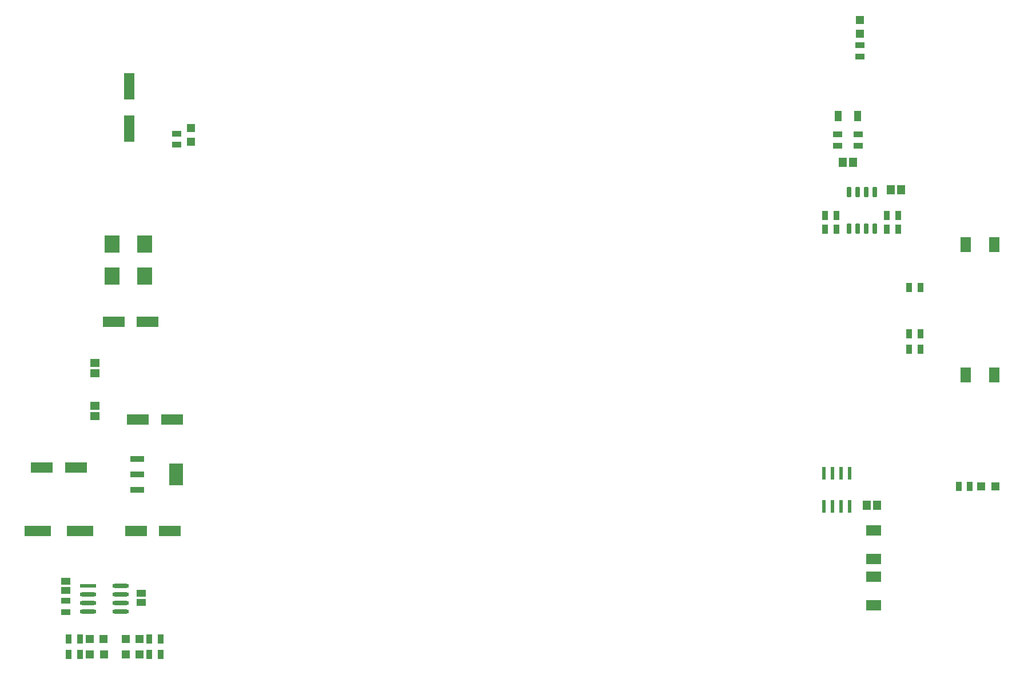
<source format=gtp>
%FSLAX23Y23*%
%MOIN*%
%SFA1B1*%

%IPPOS*%
%AMD20*
4,1,8,0.036900,0.011800,-0.036900,0.011800,-0.048800,0.000000,-0.048800,0.000000,-0.036900,-0.011800,0.036900,-0.011800,0.048800,0.000000,0.048800,0.000000,0.036900,0.011800,0.0*
1,1,0.023680,0.036900,0.000000*
1,1,0.023680,-0.036900,0.000000*
1,1,0.023680,-0.036900,0.000000*
1,1,0.023680,0.036900,0.000000*
%
%AMD34*
4,1,8,-0.009800,-0.028500,0.009800,-0.028500,0.011800,-0.026500,0.011800,0.026500,0.009800,0.028500,-0.009800,0.028500,-0.011800,0.026500,-0.011800,-0.026500,-0.009800,-0.028500,0.0*
1,1,0.004020,-0.009800,-0.026500*
1,1,0.004020,0.009800,-0.026500*
1,1,0.004020,0.009800,0.026500*
1,1,0.004020,-0.009800,0.026500*
%
%ADD17R,0.125980X0.062990*%
%ADD18R,0.086610X0.098430*%
%ADD19R,0.097520X0.023670*%
G04~CAMADD=20~8~0.0~0.0~975.2~236.7~118.4~0.0~15~0.0~0.0~0.0~0.0~0~0.0~0.0~0.0~0.0~0~0.0~0.0~0.0~0.0~975.2~236.7*
%ADD20D20*%
%ADD21R,0.084650X0.127950*%
%ADD22R,0.084650X0.037400*%
%ADD23R,0.047240X0.047240*%
%ADD24R,0.020870X0.077950*%
%ADD25R,0.085830X0.063780*%
%ADD26R,0.053150X0.033470*%
%ADD27R,0.033470X0.053150*%
%ADD28R,0.053150X0.043310*%
%ADD29R,0.063780X0.085830*%
%ADD30R,0.057330X0.051360*%
%ADD31R,0.051360X0.057330*%
%ADD32R,0.047240X0.047240*%
%ADD33R,0.043310X0.064960*%
G04~CAMADD=34~8~0.0~0.0~236.2~570.9~20.1~0.0~15~0.0~0.0~0.0~0.0~0~0.0~0.0~0.0~0.0~0~0.0~0.0~0.0~180.0~236.0~570.0*
%ADD34D34*%
%ADD35R,0.157480X0.062990*%
%ADD36R,0.062990X0.157480*%
%LNpcb1-1*%
%LPD*%
G54D17*
X1438Y2280D03*
X1241D03*
X1998Y2560D03*
X1801D03*
X1790Y1910D03*
X1986D03*
X1660Y3130D03*
X1856D03*
G54D18*
X1650Y3397D03*
Y3582D03*
X1840Y3397D03*
Y3582D03*
G54D19*
X1510Y1590D03*
G54D20*
X1510Y1540D03*
Y1490D03*
Y1440D03*
X1700D03*
Y1490D03*
Y1540D03*
Y1590D03*
G54D21*
X2024Y2240D03*
G54D22*
X1795Y2149D03*
Y2240D03*
Y2330D03*
G54D23*
X1728Y1190D03*
X1811D03*
X1601Y1280D03*
X1518D03*
X6717Y2170D03*
X6800D03*
X1602Y1190D03*
X1520D03*
X1728Y1280D03*
X1811D03*
G54D24*
X5950Y2247D03*
X5900D03*
X5850D03*
X5800D03*
X5850Y2052D03*
X5900D03*
X5950D03*
X5800D03*
G54D25*
X6090Y1913D03*
Y1746D03*
Y1643D03*
Y1476D03*
G54D26*
X6010Y4742D03*
Y4677D03*
X6000Y4222D03*
Y4157D03*
X5880Y4222D03*
Y4157D03*
X1380Y1502D03*
Y1437D03*
X2025Y4227D03*
Y4162D03*
G54D27*
X6232Y3750D03*
X6167D03*
X1397Y1190D03*
X1462D03*
X6297Y2970D03*
X6362D03*
X5807Y3750D03*
X5872D03*
X6362Y3330D03*
X6297D03*
X6232Y3670D03*
X6167D03*
X1932Y1190D03*
X1867D03*
X1932Y1280D03*
X1867D03*
X1397D03*
X1462D03*
X6586Y2170D03*
X6651D03*
X5807Y3670D03*
X5872D03*
X6297Y3060D03*
X6362D03*
G54D28*
X1820Y1547D03*
Y1492D03*
X1380Y1617D03*
Y1562D03*
G54D29*
X6626Y3580D03*
X6793D03*
X6626Y2820D03*
X6793D03*
G54D30*
X1550Y2891D03*
Y2828D03*
Y2578D03*
Y2641D03*
G54D31*
X6251Y3900D03*
X6188D03*
X5971Y4060D03*
X5908D03*
X6048Y2060D03*
X6111D03*
G54D32*
X2110Y4178D03*
Y4261D03*
X6010Y4891D03*
Y4808D03*
G54D33*
X5883Y4330D03*
X5996D03*
G54D34*
X6045Y3887D03*
X6095D03*
X5995D03*
X5945D03*
X6095Y3672D03*
X6045D03*
X5995D03*
X5945D03*
G54D35*
X1462Y1910D03*
X1217D03*
G54D36*
X1750Y4257D03*
Y4502D03*
M02*
</source>
